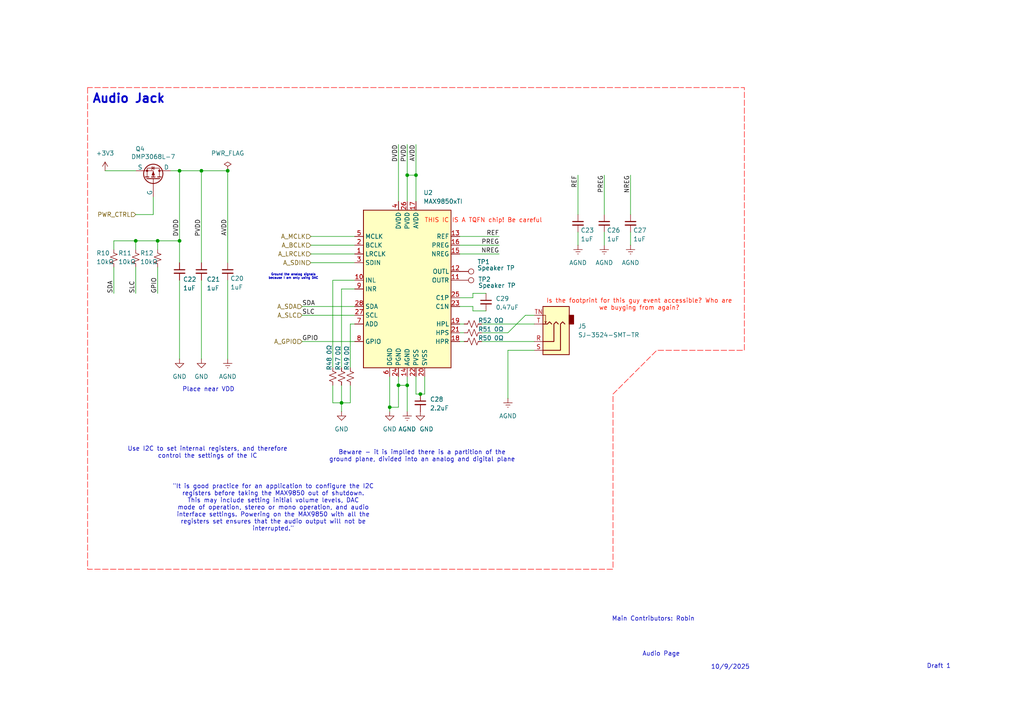
<source format=kicad_sch>
(kicad_sch (version 20250114) (generator "eeschema") (generator_version "9.0")
  (paper "A4")
  (lib_symbols
    (symbol "Amplifier_Audio:MAX9850xTI"
      (property "Reference" "U2" (at 4.6833 27.94 0))
      (property "Value" "MAX9850xTI" (at 4.6833 25.4 0))
      (symbol "MAX9850xTI_0_1"
        (rectangle (start -12.7 22.86) (end 12.7 -22.86) (stroke (width 0.254)) (fill (type background)))
      )
      (symbol "MAX9850xTI_1_1"
        (pin input line (at -15.24 15.24 0) (length 2.54) (name "MCLK") (number "5"))
        (pin bidirectional line (at -15.24 12.7 0) (length 2.54) (name "BCLK") (number "2"))
        (pin bidirectional line (at -15.24 10.16 0) (length 2.54) (name "LRCLK") (number "1"))
        (pin input line (at -15.24 7.62 0) (length 2.54) (name "SDIN") (number "3"))
        (pin input line (at -15.24 2.54 0) (length 2.54) (name "INL") (number "10"))
        (pin input line (at -15.24 0 0) (length 2.54) (name "INR") (number "9"))
        (pin bidirectional line (at -15.24 -5.08 0) (length 2.54) (name "SDA") (number "28"))
        (pin bidirectional line (at -15.24 -7.62 0) (length 2.54) (name "SCL") (number "27"))
        (pin input line (at -15.24 -10.16 0) (length 2.54) (name "ADD") (number "7"))
        (pin bidirectional line (at -15.24 -15.24 0) (length 2.54) (name "GPIO") (number "8"))
        (pin power_in line (at -5.08 -25.4 90) (length 2.54) (name "DGND") (number "6"))
        (pin power_in line (at -2.54 25.4 270) (length 2.54) (name "DVDD") (number "4"))
        (pin power_in line (at -2.54 -25.4 90) (length 2.54) (name "PGND") (number "24"))
        (pin power_in line (at 0 25.4 270) (length 2.54) (name "PVDD") (number "26"))
        (pin power_in line (at 0 -25.4 90) (length 2.54) (name "AGND") (number "14"))
        (pin passive line (at 0 -25.4 90) (length 2.54) (hide yes) (name "AGND") (number "29"))
        (pin power_in line (at 2.54 25.4 270) (length 2.54) (name "AVDD") (number "17"))
        (pin passive line (at 2.54 -25.4 90) (length 2.54) (name "PVSS") (number "22"))
        (pin passive line (at 5.08 -25.4 90) (length 2.54) (name "SVSS") (number "20"))
        (pin power_out line (at 15.24 15.24 180) (length 2.54) (name "REF") (number "13"))
        (pin power_out line (at 15.24 12.7 180) (length 2.54) (name "PREG") (number "16"))
        (pin power_out line (at 15.24 10.16 180) (length 2.54) (name "NREG") (number "15"))
        (pin output line (at 15.24 5.08 180) (length 2.54) (name "OUTL") (number "12"))
        (pin output line (at 15.24 2.54 180) (length 2.54) (name "OUTR") (number "11"))
        (pin passive line (at 15.24 -2.54 180) (length 2.54) (name "C1P") (number "25"))
        (pin passive line (at 15.24 -5.08 180) (length 2.54) (name "C1N") (number "23"))
        (pin output line (at 15.24 -10.16 180) (length 2.54) (name "HPL") (number "19"))
        (pin input line (at 15.24 -12.7 180) (length 2.54) (name "HPS") (number "21"))
        (pin output line (at 15.24 -15.24 180) (length 2.54) (name "HPR") (number "18"))
      )
    )
    (symbol "Connector:TestPoint" (pin_numbers (hide yes)) (pin_names (offset 0.762) (hide yes))
      (property "Reference" "TP" (at 0 6.858 0))
      (property "Value" "TestPoint" (at 0 5.08 0))
      (symbol "TestPoint_0_1"
        (circle (center 0 3.302) (radius 0.762))
      )
      (symbol "TestPoint_1_1"
        (pin passive line (at 0 0 90) (length 2.54) (name "1") (number "1"))
      )
    )
    (symbol "Connector_Audio:AudioJack3_SwitchT"
      (property "Reference" "J" (at 0 8.89 0))
      (property "Value" "AudioJack3_SwitchT" (at 0 6.35 0))
      (symbol "AudioJack3_SwitchT_0_1"
        (rectangle (start -5.08 -5.08) (end -6.35 -7.62) (stroke (width 0.254)) (fill (type outline)))
        (polyline (pts (xy -1.905 -5.08) (xy -1.27 -5.715) (xy -0.635 -5.08) (xy -0.635 0) (xy 2.54 0)) (stroke (width 0.254)))
        (polyline (pts (xy 0 -5.08) (xy 0.635 -5.715) (xy 1.27 -5.08) (xy 2.54 -5.08)) (stroke (width 0.254)))
        (polyline (pts (xy 1.778 -5.334) (xy 2.032 -5.842)))
        (rectangle (start 2.54 3.81) (end -5.08 -10.16) (stroke (width 0.254)) (fill (type background)))
        (polyline (pts (xy 2.54 2.54) (xy -2.54 2.54) (xy -2.54 -5.08) (xy -3.175 -5.715) (xy -3.81 -5.08)) (stroke (width 0.254)))
        (polyline (pts (xy 2.54 -7.62) (xy 1.778 -7.62) (xy 1.778 -5.334) (xy 1.524 -5.842)))
      )
      (symbol "AudioJack3_SwitchT_1_1"
        (pin passive line (at 5.08 2.54 180) (length 2.54) (name "~") (number "S"))
        (pin passive line (at 5.08 0 180) (length 2.54) (name "~") (number "R"))
        (pin passive line (at 5.08 -5.08 180) (length 2.54) (name "~") (number "T"))
        (pin passive line (at 5.08 -7.62 180) (length 2.54) (name "~") (number "TN"))
      )
    )
    (symbol "Device:C_Small" (pin_numbers (hide yes)) (pin_names (offset 0.254) (hide yes))
      (property "Reference" "C" (at 0.254 1.778 0))
      (property "Value" "C_Small" (at 0.254 -2.032 0))
      (symbol "C_Small_0_1"
        (polyline (pts (xy -1.524 0.508) (xy 1.524 0.508)) (stroke (width 0.3048)))
        (polyline (pts (xy -1.524 -0.508) (xy 1.524 -0.508)) (stroke (width 0.3302)))
      )
      (symbol "C_Small_1_1"
        (pin passive line (at 0 2.54 270) (length 2.032) (name "~") (number "1"))
        (pin passive line (at 0 -2.54 90) (length 2.032) (name "~") (number "2"))
      )
    )
    (symbol "Device:R_Small_US" (pin_numbers (hide yes)) (pin_names (offset 0.254) (hide yes))
      (property "Reference" "R" (at 0.762 0.508 0))
      (property "Value" "R_Small_US" (at 0.762 -1.016 0))
      (symbol "R_Small_US_1_1"
        (polyline (pts (xy 0 1.524) (xy 1.016 1.143) (xy 0 0.762) (xy -1.016 0.381) (xy 0 0)))
        (polyline (pts (xy 0 0) (xy 1.016 -0.381) (xy 0 -0.762) (xy -1.016 -1.143) (xy 0 -1.524)))
        (pin passive line (at 0 2.54 270) (length 1.016) (name "~") (number "1"))
        (pin passive line (at 0 -2.54 90) (length 1.016) (name "~") (number "2"))
      )
    )
    (symbol "Simulation_SPICE:PMOS" (pin_numbers (hide yes)) (pin_names (offset 0))
      (property "Reference" "Q" (at 5.08 1.27 0))
      (property "Value" "PMOS" (at 5.08 -1.27 0))
      (symbol "PMOS_0_1"
        (polyline (pts (xy 0.254 1.905) (xy 0.254 -1.905)) (stroke (width 0.254)))
        (polyline (pts (xy 0.254 0) (xy -2.54 0)))
        (polyline (pts (xy 0.762 2.286) (xy 0.762 1.27)) (stroke (width 0.254)))
        (polyline (pts (xy 0.762 1.778) (xy 3.302 1.778) (xy 3.302 -1.778) (xy 0.762 -1.778)))
        (polyline (pts (xy 0.762 0.508) (xy 0.762 -0.508)) (stroke (width 0.254)))
        (polyline (pts (xy 0.762 -1.27) (xy 0.762 -2.286)) (stroke (width 0.254)))
        (circle (center 1.651 0) (radius 2.794) (stroke (width 0.254)))
        (polyline (pts (xy 2.286 0) (xy 1.27 0.381) (xy 1.27 -0.381) (xy 2.286 0)) (fill (type outline)))
        (polyline (pts (xy 2.54 2.54) (xy 2.54 1.778)))
        (circle (center 2.54 1.778) (radius 0.254) (fill (type outline)))
        (circle (center 2.54 -1.778) (radius 0.254) (fill (type outline)))
        (polyline (pts (xy 2.54 -2.54) (xy 2.54 0) (xy 0.762 0)))
        (polyline (pts (xy 2.794 -0.508) (xy 2.921 -0.381) (xy 3.683 -0.381) (xy 3.81 -0.254)))
        (polyline (pts (xy 3.302 -0.381) (xy 2.921 0.254) (xy 3.683 0.254) (xy 3.302 -0.381)))
      )
      (symbol "PMOS_1_1"
        (pin input line (at -5.08 0 0) (length 2.54) (name "G") (number "2"))
        (pin passive line (at 2.54 5.08 270) (length 2.54) (name "D") (number "1"))
        (pin passive line (at 2.54 -5.08 90) (length 2.54) (name "S") (number "3"))
      )
    )
    (symbol "power:+3V3" (power) (pin_numbers (hide yes)) (pin_names (offset 0) (hide yes))
      (property "Value" "+3V3" (at 0 3.556 0))
      (symbol "+3V3_0_1"
        (polyline (pts (xy -0.762 1.27) (xy 0 2.54)))
        (polyline (pts (xy 0 2.54) (xy 0.762 1.27)))
        (polyline (pts (xy 0 0) (xy 0 2.54)))
      )
      (symbol "+3V3_1_1"
        (pin power_in line (at 0 0 90) (length 0) (name "~") (number "1"))
      )
    )
    (symbol "power:GND" (power) (pin_numbers (hide yes)) (pin_names (offset 0) (hide yes))
      (property "Value" "GND" (at 0 -3.81 0))
      (symbol "GND_0_1"
        (polyline (pts (xy 0 0) (xy 0 -1.27) (xy 1.27 -1.27) (xy 0 -2.54) (xy -1.27 -1.27) (xy 0 -1.27)))
      )
      (symbol "GND_1_1"
        (pin power_in line (at 0 0 270) (length 0) (name "~") (number "1"))
      )
    )
    (symbol "power:GNDREF" (power) (pin_numbers (hide yes)) (pin_names (offset 0) (hide yes))
      (property "Value" "GNDREF" (at 0 -3.81 0))
      (symbol "GNDREF_0_1"
        (polyline (pts (xy -0.635 -1.905) (xy 0.635 -1.905)))
        (polyline (pts (xy -0.127 -2.54) (xy 0.127 -2.54)))
        (polyline (pts (xy 0 -1.27) (xy 0 0)))
        (polyline (pts (xy 1.27 -1.27) (xy -1.27 -1.27)))
      )
      (symbol "GNDREF_1_1"
        (pin power_in line (at 0 0 270) (length 0) (name "~") (number "1"))
      )
    )
    (symbol "power:PWR_FLAG" (power) (pin_numbers (hide yes)) (pin_names (offset 0) (hide yes))
      (property "Value" "PWR_FLAG" (at 0 3.81 0))
      (symbol "PWR_FLAG_0_0"
        (pin power_out line (at 0 0 90) (length 0) (name "~") (number "1"))
      )
      (symbol "PWR_FLAG_0_1"
        (polyline (pts (xy 0 0) (xy 0 1.27) (xy -1.016 1.905) (xy 0 2.54) (xy 1.016 1.905) (xy 0 1.27)))
      )
    )
  )
  (text "Use I2C to set internal registers, and therefore\ncontrol the settings of the IC" (at 60.198 131.318 0) (effects (font (size 1.27 1.27))))
  (text "Audio Page" (at 191.77 189.738 0) (effects (font (size 1.27 1.27))))
  (text "Is the footprint for this guy event accessible? Who are\nwe buyging from again?" (at 185.42 88.392 0) (effects (font (size 1.27 1.27))))
  (text "THIS IC IS A TQFN chip! Be careful" (at 140.208 64.008 0) (effects (font (size 1.27 1.27))))
  (text "Audio Jack" (at 37.338 28.702 0) (effects (font (size 2.54 2.54) (thickness 0.508) (bold yes))))
  (text "Ground the analog signals\nbecause I am only using DAC" (at 85.09 80.264 0) (effects (font (size 0.635 0.635))))
  (text "Main Contributors: Robin" (at 189.484 179.578 0) (effects (font (size 1.27 1.27))))
  (text "Draft 1" (at 272.288 193.294 0) (effects (font (size 1.27 1.27))))
  (text "Place near VDD" (at 60.452 113.03 0) (effects (font (size 1.27 1.27))))
  (text "Beware - it is implied there is a partition of the\nground plane, divided into an analog and digital plane" (at 122.428 132.334 0) (effects (font (size 1.27 1.27))))
  (text "10/9/2025" (at 211.836 193.548 0) (effects (font (size 1.27 1.27))))
  (text "\"It is good practice for an application to configure the I2C\nregisters before taking the MAX9850 out of shutdown.\nThis may include setting initial volume levels, DAC\nmode of operation, stereo or mono operation, and audio\ninterface settings. Powering on the MAX9850 with all the\nregisters set ensures that the audio output will not be\ninterrupted.\"" (at 79.248 147.32 0) (effects (font (size 1.27 1.27))))
  (junction (at 118.11 111.76))
  (junction (at 121.92 114.3))
  (junction (at 52.07 69.85))
  (junction (at 113.03 118.11))
  (junction (at 120.65 50.8))
  (junction (at 118.11 50.8))
  (junction (at 39.37 69.85))
  (junction (at 66.04 49.53))
  (junction (at 45.72 69.85))
  (junction (at 99.06 116.84))
  (junction (at 58.42 49.53))
  (junction (at 52.07 49.53))
  (junction (at 115.57 111.76))
  (wire (pts (xy 118.11 41.91) (xy 118.11 50.8)))
  (wire (pts (xy 96.52 81.28) (xy 96.52 106.68)))
  (wire (pts (xy 87.63 91.44) (xy 102.87 91.44)))
  (wire (pts (xy 133.35 96.52) (xy 134.62 96.52)))
  (wire (pts (xy 39.37 62.23) (xy 44.45 62.23)))
  (wire (pts (xy 133.35 71.12) (xy 144.78 71.12)))
  (wire (pts (xy 120.65 114.3) (xy 121.92 114.3)))
  (wire (pts (xy 123.19 109.22) (xy 123.19 114.3)))
  (wire (pts (xy 90.17 73.66) (xy 102.87 73.66)))
  (wire (pts (xy 139.7 93.98) (xy 154.94 93.98)))
  (wire (pts (xy 182.88 62.23) (xy 182.88 50.8)))
  (wire (pts (xy 99.06 83.82) (xy 102.87 83.82)))
  (wire (pts (xy 133.35 86.36) (xy 137.16 86.36)))
  (wire (pts (xy 45.72 85.09) (xy 45.72 77.47)))
  (wire (pts (xy 39.37 69.85) (xy 45.72 69.85)))
  (wire (pts (xy 167.64 62.23) (xy 167.64 50.8)))
  (wire (pts (xy 120.65 41.91) (xy 120.65 50.8)))
  (wire (pts (xy 87.63 99.06) (xy 102.87 99.06)))
  (wire (pts (xy 137.16 88.9) (xy 137.16 90.17)))
  (wire (pts (xy 101.6 93.98) (xy 102.87 93.98)))
  (wire (pts (xy 133.35 73.66) (xy 144.78 73.66)))
  (wire (pts (xy 52.07 81.28) (xy 52.07 104.14)))
  (wire (pts (xy 137.16 85.09) (xy 137.16 86.36)))
  (wire (pts (xy 49.53 49.53) (xy 52.07 49.53)))
  (wire (pts (xy 118.11 50.8) (xy 120.65 50.8)))
  (wire (pts (xy 113.03 118.11) (xy 115.57 118.11)))
  (wire (pts (xy 58.42 49.53) (xy 66.04 49.53)))
  (wire (pts (xy 147.32 101.6) (xy 154.94 101.6)))
  (wire (pts (xy 113.03 109.22) (xy 113.03 118.11)))
  (wire (pts (xy 99.06 111.76) (xy 99.06 116.84)))
  (wire (pts (xy 33.02 69.85) (xy 39.37 69.85)))
  (wire (pts (xy 133.35 99.06) (xy 134.62 99.06)))
  (wire (pts (xy 99.06 83.82) (xy 99.06 106.68)))
  (wire (pts (xy 99.06 116.84) (xy 101.6 116.84)))
  (wire (pts (xy 39.37 85.09) (xy 39.37 77.47)))
  (wire (pts (xy 45.72 69.85) (xy 45.72 72.39)))
  (wire (pts (xy 58.42 81.28) (xy 58.42 104.14)))
  (wire (pts (xy 96.52 111.76) (xy 96.52 116.84)))
  (wire (pts (xy 52.07 49.53) (xy 58.42 49.53)))
  (wire (pts (xy 101.6 111.76) (xy 101.6 116.84)))
  (wire (pts (xy 87.63 88.9) (xy 102.87 88.9)))
  (wire (pts (xy 115.57 111.76) (xy 118.11 111.76)))
  (wire (pts (xy 118.11 109.22) (xy 118.11 111.76)))
  (wire (pts (xy 101.6 93.98) (xy 101.6 106.68)))
  (wire (pts (xy 115.57 109.22) (xy 115.57 111.76)))
  (wire (pts (xy 52.07 69.85) (xy 52.07 76.2)))
  (wire (pts (xy 147.32 96.52) (xy 152.4 91.44)))
  (wire (pts (xy 113.03 119.38) (xy 113.03 118.11)))
  (wire (pts (xy 66.04 49.53) (xy 66.04 76.2)))
  (wire (pts (xy 133.35 68.58) (xy 144.78 68.58)))
  (wire (pts (xy 30.48 49.53) (xy 39.37 49.53)))
  (wire (pts (xy 139.7 96.52) (xy 147.32 96.52)))
  (wire (pts (xy 118.11 111.76) (xy 118.11 119.38)))
  (wire (pts (xy 115.57 41.91) (xy 115.57 58.42)))
  (wire (pts (xy 44.45 57.15) (xy 44.45 62.23)))
  (wire (pts (xy 118.11 50.8) (xy 118.11 58.42)))
  (wire (pts (xy 121.92 114.3) (xy 123.19 114.3)))
  (wire (pts (xy 90.17 71.12) (xy 102.87 71.12)))
  (wire (pts (xy 182.88 71.12) (xy 182.88 67.31)))
  (wire (pts (xy 175.26 62.23) (xy 175.26 50.8)))
  (wire (pts (xy 33.02 69.85) (xy 33.02 72.39)))
  (wire (pts (xy 120.65 50.8) (xy 120.65 58.42)))
  (wire (pts (xy 99.06 116.84) (xy 99.06 119.38)))
  (wire (pts (xy 66.04 81.28) (xy 66.04 104.14)))
  (wire (pts (xy 115.57 111.76) (xy 115.57 118.11)))
  (wire (pts (xy 139.7 99.06) (xy 154.94 99.06)))
  (wire (pts (xy 167.64 71.12) (xy 167.64 67.31)))
  (wire (pts (xy 137.16 85.09) (xy 140.97 85.09)))
  (wire (pts (xy 133.35 93.98) (xy 134.62 93.98)))
  (wire (pts (xy 45.72 69.85) (xy 52.07 69.85)))
  (wire (pts (xy 120.65 109.22) (xy 120.65 114.3)))
  (wire (pts (xy 52.07 49.53) (xy 52.07 69.85)))
  (wire (pts (xy 58.42 49.53) (xy 58.42 76.2)))
  (wire (pts (xy 90.17 68.58) (xy 102.87 68.58)))
  (wire (pts (xy 147.32 101.6) (xy 147.32 115.57)))
  (wire (pts (xy 152.4 91.44) (xy 154.94 91.44)))
  (wire (pts (xy 133.35 88.9) (xy 137.16 88.9)))
  (wire (pts (xy 175.26 71.12) (xy 175.26 67.31)))
  (wire (pts (xy 137.16 90.17) (xy 140.97 90.17)))
  (wire (pts (xy 96.52 116.84) (xy 99.06 116.84)))
  (wire (pts (xy 96.52 81.28) (xy 102.87 81.28)))
  (wire (pts (xy 39.37 69.85) (xy 39.37 72.39)))
  (wire (pts (xy 33.02 85.09) (xy 33.02 77.47)))
  (wire (pts (xy 90.17 76.2) (xy 102.87 76.2)))
  (label "DVDD" (at 115.57 41.91 270))
  (label "SLC" (at 87.63 91.44 0))
  (label "GPIO" (at 45.72 85.09 90))
  (label "SDA" (at 33.02 85.09 90))
  (label "PREG" (at 144.78 71.12 180))
  (label "AVDD" (at 120.65 41.91 270))
  (label "SDA" (at 87.63 88.9 0))
  (label "REF" (at 167.64 50.8 270))
  (label "NREG" (at 144.78 73.66 180))
  (label "PVDD" (at 58.42 63.5 270))
  (label "PREG" (at 175.26 50.8 270))
  (label "DVDD" (at 52.07 63.5 270))
  (label "AVDD" (at 66.04 63.5 270))
  (label "REF" (at 144.78 68.58 180))
  (label "PVDD" (at 118.11 41.91 270))
  (label "NREG" (at 182.88 50.8 270))
  (label "GPIO" (at 87.63 99.06 0))
  (label "SLC" (at 39.37 85.09 90))
  (hierarchical_label "A_LRCLK" (shape input) (at 90.17 73.66 180))
  (hierarchical_label "A_GPIO" (shape input) (at 87.63 99.06 180))
  (hierarchical_label "A_SDIN" (shape input) (at 90.17 76.2 180))
  (hierarchical_label "A_BCLK" (shape input) (at 90.17 71.12 180))
  (hierarchical_label "A_SLC" (shape input) (at 87.63 91.44 180))
  (hierarchical_label "A_SDA" (shape input) (at 87.63 88.9 180))
  (hierarchical_label "PWR_CTRL" (shape input) (at 39.37 62.23 180))
  (hierarchical_label "A_MCLK" (shape input) (at 90.17 68.58 180))
  (rule_area (polyline (pts (xy 25.4 25.4) (xy 25.4 165.1) (xy 177.8 165.1) (xy 177.8 114.3) (xy 190.5 101.6) (xy 215.9 101.6) (xy 215.9 25.4)) (stroke (width 0) (type dash))))
  (symbol (lib_id "Device:C_Small") (at 52.07 78.74 0) (unit 1)
    (property "Reference" "C22" (at 53.086 81.026 0) (effects (justify left)))
    (property "Value" "1uF" (at 53.086 83.566 0) (effects (justify left)))
    (property "Footprint" "Capacitor_SMD:C_0805_2012Metric_Pad1.18x1.45mm_HandSolder" (effects (hide yes)))
    (property "Description" "Unpolarized capacitor, small symbol" (effects (hide yes)))
  )
  (symbol (lib_id "power:GND") (at 52.07 104.14 0) (unit 1)
    (property "Reference" "#PWR046" (effects (hide yes)))
    (property "Value" "GND" (at 52.07 109.22 0))
    (property "Description" "Power symbol creates a global label with name \"GND\" , ground" (effects (hide yes)))
  )
  (symbol (lib_id "Device:R_Small_US") (at 45.72 74.93 0) (unit 1)
    (property "Reference" "R12" (at 40.64 73.406 0) (effects (justify left)))
    (property "Value" "10kΩ" (at 40.64 75.946 0) (effects (justify left)))
    (property "Footprint" "Resistor_SMD:R_0805_2012Metric" (effects (hide yes)))
    (property "Description" "Resistor, small US symbol" (effects (hide yes)))
  )
  (symbol (lib_id "Device:R_Small_US") (at 99.06 109.22 0) (unit 1)
    (property "Reference" "R47" (at 98.044 107.442 90) (effects (justify left)))
    (property "Value" "0Ω" (at 98.044 103.124 90) (effects (justify left)))
    (property "Footprint" "Resistor_SMD:R_0805_2012Metric" (effects (hide yes)))
    (property "Description" "Resistor, small US symbol" (effects (hide yes)))
  )
  (symbol (lib_id "Simulation_SPICE:PMOS") (at 44.45 52.07 270) (mirror x) (unit 1)
    (property "Reference" "Q4" (at 40.64 43.18 90))
    (property "Value" "DMP3068L-7" (at 44.45 45.466 90))
    (property "Footprint" "Package_TO_SOT_SMD:SOT-23-3" (effects (hide yes)))
    (property "Datasheet" "https://www.diodes.com/assets/Datasheets/DMP3068L.pdf" (effects (hide yes)))
    (property "Description" "P-MOSFET transistor, drain/source/gate" (effects (hide yes)))
    (property "Sim.Device" "PMOS" (effects (hide yes)))
    (property "Sim.Type" "VDMOS" (effects (hide yes)))
    (property "Sim.Pins" "1=D 2=G 3=S" (effects (hide yes)))
  )
  (symbol (lib_id "power:GNDREF") (at 175.26 71.12 0) (unit 1)
    (property "Reference" "#PWR039" (effects (hide yes)))
    (property "Value" "AGND" (at 175.26 76.2 0))
    (property "Description" "Power symbol creates a global label with name \"GNDREF\" , reference supply ground" (effects (hide yes)))
  )
  (symbol (lib_id "power:GND") (at 99.06 119.38 0) (unit 1)
    (property "Reference" "#PWR051" (effects (hide yes)))
    (property "Value" "GND" (at 99.06 124.46 0))
    (property "Description" "Power symbol creates a global label with name \"GND\" , ground" (effects (hide yes)))
  )
  (symbol (lib_id "power:GNDREF") (at 167.64 71.12 0) (unit 1)
    (property "Reference" "#PWR048" (effects (hide yes)))
    (property "Value" "AGND" (at 167.64 76.2 0))
    (property "Description" "Power symbol creates a global label with name \"GNDREF\" , reference supply ground" (effects (hide yes)))
  )
  (symbol (lib_id "Amplifier_Audio:MAX9850xTI") (at 118.11 83.82 0) (unit 1)
    (property "Reference" "U2" (at 122.7933 55.88 0) (effects (justify left)))
    (property "Value" "MAX9850xTI" (at 122.7933 58.42 0) (effects (justify left)))
    (property "Footprint" "Package_DFN_QFN:TQFN-28-1EP_5x5mm_P0.5mm_EP3.25x3.25mm_ThermalVias" (effects (hide yes)))
    (property "Datasheet" "https://datasheets.maximintegrated.com/en/ds/MAX9850.pdf" (effects (hide yes)))
    (property "Description" "Stereo audio DAC with headphone amplifier, TQFN-28" (effects (hide yes)))
  )
  (symbol (lib_id "Device:R_Small_US") (at 101.6 109.22 0) (unit 1)
    (property "Reference" "R49" (at 100.584 107.442 90) (effects (justify left)))
    (property "Value" "0Ω" (at 100.584 103.124 90) (effects (justify left)))
    (property "Footprint" "Resistor_SMD:R_0805_2012Metric" (effects (hide yes)))
    (property "Description" "Resistor, small US symbol" (effects (hide yes)))
  )
  (symbol (lib_id "power:PWR_FLAG") (at 66.04 49.53 0) (unit 1)
    (property "Reference" "#FLG04" (effects (hide yes)))
    (property "Value" "PWR_FLAG" (at 66.04 44.45 0))
    (property "Description" "Special symbol for telling ERC where power comes from" (effects (hide yes)))
  )
  (symbol (lib_id "power:GNDREF") (at 147.32 115.57 0) (unit 1)
    (property "Reference" "#PWR042" (effects (hide yes)))
    (property "Value" "AGND" (at 147.32 120.65 0))
    (property "Description" "Power symbol creates a global label with name \"GNDREF\" , reference supply ground" (effects (hide yes)))
  )
  (symbol (lib_id "Device:R_Small_US") (at 39.37 74.93 0) (unit 1)
    (property "Reference" "R11" (at 34.29 73.406 0) (effects (justify left)))
    (property "Value" "10kΩ" (at 34.29 75.946 0) (effects (justify left)))
    (property "Footprint" "Resistor_SMD:R_0805_2012Metric" (effects (hide yes)))
    (property "Description" "Resistor, small US symbol" (effects (hide yes)))
  )
  (symbol (lib_id "Connector_Audio:AudioJack3_SwitchT") (at 160.02 99.06 180) (unit 1)
    (property "Reference" "J5" (at 167.64 94.6149 0) (effects (justify right)))
    (property "Value" "SJ-3524-SMT-TR" (at 167.64 97.1549 0) (effects (justify right)))
    (property "Footprint" "Footprints:CUI_SJ-3524-SMT" (effects (hide yes)))
    (property "Datasheet" "https://www.sameskydevices.com/product/resource/sj-352x-smt.pdf" (effects (hide yes)))
    (property "Description" "Audio Jack, 3 Poles (Stereo / TRS), Switched T Pole (Normalling)" (effects (hide yes)))
  )
  (symbol (lib_id "Device:C_Small") (at 58.42 78.74 0) (unit 1)
    (property "Reference" "C21" (at 59.944 81.026 0) (effects (justify left)))
    (property "Value" "1uF" (at 59.944 83.566 0) (effects (justify left)))
    (property "Footprint" "Capacitor_SMD:C_0805_2012Metric_Pad1.18x1.45mm_HandSolder" (effects (hide yes)))
    (property "Description" "Unpolarized capacitor, small symbol" (effects (hide yes)))
  )
  (symbol (lib_id "power:+3V3") (at 30.48 49.53 0) (unit 1)
    (property "Reference" "#PWR083" (effects (hide yes)))
    (property "Value" "+3V3" (at 30.48 44.45 0))
    (property "Description" "Power symbol creates a global label with name \"+3V3\"" (effects (hide yes)))
  )
  (symbol (lib_id "Device:R_Small_US") (at 137.16 96.52 90) (unit 1)
    (property "Reference" "R51" (at 138.684 95.504 90) (effects (justify right)))
    (property "Value" "0Ω" (at 143.256 95.504 90) (effects (justify right)))
    (property "Footprint" "Resistor_SMD:R_0805_2012Metric" (effects (hide yes)))
    (property "Description" "Resistor, small US symbol" (effects (hide yes)))
  )
  (symbol (lib_id "power:GND") (at 58.42 104.14 0) (unit 1)
    (property "Reference" "#PWR044" (effects (hide yes)))
    (property "Value" "GND" (at 58.42 109.22 0))
    (property "Description" "Power symbol creates a global label with name \"GND\" , ground" (effects (hide yes)))
  )
  (symbol (lib_id "power:GNDREF") (at 66.04 104.14 0) (unit 1)
    (property "Reference" "#PWR041" (effects (hide yes)))
    (property "Value" "AGND" (at 66.04 109.22 0))
    (property "Description" "Power symbol creates a global label with name \"GNDREF\" , reference supply ground" (effects (hide yes)))
  )
  (symbol (lib_id "power:GNDREF") (at 182.88 71.12 0) (unit 1)
    (property "Reference" "#PWR049" (effects (hide yes)))
    (property "Value" "AGND" (at 182.88 76.2 0))
    (property "Description" "Power symbol creates a global label with name \"GNDREF\" , reference supply ground" (effects (hide yes)))
  )
  (symbol (lib_id "Device:R_Small_US") (at 33.02 74.93 0) (unit 1)
    (property "Reference" "R10" (at 27.94 73.406 0) (effects (justify left)))
    (property "Value" "10kΩ" (at 27.94 75.946 0) (effects (justify left)))
    (property "Footprint" "Resistor_SMD:R_0805_2012Metric" (effects (hide yes)))
    (property "Description" "Resistor, small US symbol" (effects (hide yes)))
  )
  (symbol (lib_id "Connector:TestPoint") (at 133.35 78.74 270) (unit 1)
    (property "Reference" "TP1" (at 138.43 75.946 90) (effects (justify left)))
    (property "Value" "Speaker TP" (at 138.43 77.7241 90) (effects (justify left)))
    (property "Footprint" "TestPoint:TestPoint_Pad_1.5x1.5mm" (effects (hide yes)))
    (property "Description" "test point" (effects (hide yes)))
  )
  (symbol (lib_id "Device:R_Small_US") (at 96.52 109.22 0) (unit 1)
    (property "Reference" "R48" (at 95.504 107.442 90) (effects (justify left)))
    (property "Value" "0Ω" (at 95.504 102.87 90) (effects (justify left)))
    (property "Footprint" "Resistor_SMD:R_0805_2012Metric" (effects (hide yes)))
    (property "Description" "Resistor, small US symbol" (effects (hide yes)))
  )
  (symbol (lib_id "power:GND") (at 113.03 119.38 0) (unit 1)
    (property "Reference" "#PWR038" (effects (hide yes)))
    (property "Value" "GND" (at 113.03 124.46 0))
    (property "Description" "Power symbol creates a global label with name \"GND\" , ground" (effects (hide yes)))
  )
  (symbol (lib_id "power:GNDREF") (at 118.11 119.38 0) (unit 1)
    (property "Reference" "#PWR047" (effects (hide yes)))
    (property "Value" "AGND" (at 118.11 124.46 0))
    (property "Description" "Power symbol creates a global label with name \"GNDREF\" , reference supply ground" (effects (hide yes)))
  )
  (symbol (lib_id "Device:C_Small") (at 121.92 116.84 0) (unit 1)
    (property "Reference" "C28" (at 124.714 115.824 0) (effects (justify left)))
    (property "Value" "2.2uF" (at 124.714 118.364 0) (effects (justify left)))
    (property "Footprint" "Capacitor_SMD:C_0805_2012Metric_Pad1.18x1.45mm_HandSolder" (effects (hide yes)))
    (property "Description" "Unpolarized capacitor, small symbol" (effects (hide yes)))
  )
  (symbol (lib_id "Device:C_Small") (at 167.64 64.77 0) (unit 1)
    (property "Reference" "C23" (at 168.402 66.802 0) (effects (justify left)))
    (property "Value" "1uF" (at 168.402 69.342 0) (effects (justify left)))
    (property "Footprint" "Capacitor_SMD:C_0805_2012Metric_Pad1.18x1.45mm_HandSolder" (effects (hide yes)))
    (property "Description" "Unpolarized capacitor, small symbol" (effects (hide yes)))
  )
  (symbol (lib_id "Device:C_Small") (at 140.97 87.63 0) (unit 1)
    (property "Reference" "C29" (at 143.764 86.614 0) (effects (justify left)))
    (property "Value" "0.47uF" (at 143.764 89.154 0) (effects (justify left)))
    (property "Footprint" "Capacitor_SMD:C_0805_2012Metric_Pad1.18x1.45mm_HandSolder" (effects (hide yes)))
    (property "Description" "Unpolarized capacitor, small symbol" (effects (hide yes)))
  )
  (symbol (lib_id "Device:C_Small") (at 66.04 78.74 0) (unit 1)
    (property "Reference" "C20" (at 66.802 80.772 0) (effects (justify left)))
    (property "Value" "1uF" (at 66.802 83.312 0) (effects (justify left)))
    (property "Footprint" "Capacitor_SMD:C_0805_2012Metric_Pad1.18x1.45mm_HandSolder" (effects (hide yes)))
    (property "Description" "Unpolarized capacitor, small symbol" (effects (hide yes)))
  )
  (symbol (lib_id "Device:R_Small_US") (at 137.16 93.98 90) (unit 1)
    (property "Reference" "R52" (at 138.684 92.964 90) (effects (justify right)))
    (property "Value" "0Ω" (at 143.256 92.964 90) (effects (justify right)))
    (property "Footprint" "Resistor_SMD:R_0805_2012Metric" (effects (hide yes)))
    (property "Description" "Resistor, small US symbol" (effects (hide yes)))
  )
  (symbol (lib_id "Device:R_Small_US") (at 137.16 99.06 90) (unit 1)
    (property "Reference" "R50" (at 138.684 98.044 90) (effects (justify right)))
    (property "Value" "0Ω" (at 143.256 98.044 90) (effects (justify right)))
    (property "Footprint" "Resistor_SMD:R_0805_2012Metric" (effects (hide yes)))
    (property "Description" "Resistor, small US symbol" (effects (hide yes)))
  )
  (symbol (lib_id "Device:C_Small") (at 182.88 64.77 0) (unit 1)
    (property "Reference" "C27" (at 183.642 66.802 0) (effects (justify left)))
    (property "Value" "1uF" (at 183.642 69.342 0) (effects (justify left)))
    (property "Footprint" "Capacitor_SMD:C_0805_2012Metric_Pad1.18x1.45mm_HandSolder" (effects (hide yes)))
    (property "Description" "Unpolarized capacitor, small symbol" (effects (hide yes)))
  )
  (symbol (lib_id "power:GND") (at 121.92 119.38 0) (unit 1)
    (property "Reference" "#PWR050" (effects (hide yes)))
    (property "Value" "GND" (at 123.698 124.46 0))
    (property "Description" "Power symbol creates a global label with name \"GND\" , ground" (effects (hide yes)))
  )
  (symbol (lib_id "Connector:TestPoint") (at 133.35 81.28 270) (unit 1)
    (property "Reference" "TP2" (at 138.684 81.026 90) (effects (justify left)))
    (property "Value" "Speaker TP" (at 138.684 82.8041 90) (effects (justify left)))
    (property "Footprint" "TestPoint:TestPoint_Pad_1.5x1.5mm" (effects (hide yes)))
    (property "Description" "test point" (effects (hide yes)))
  )
  (symbol (lib_id "Device:C_Small") (at 175.26 64.77 0) (unit 1)
    (property "Reference" "C26" (at 176.022 66.802 0) (effects (justify left)))
    (property "Value" "1uF" (at 176.022 69.342 0) (effects (justify left)))
    (property "Footprint" "Capacitor_SMD:C_0805_2012Metric_Pad1.18x1.45mm_HandSolder" (effects (hide yes)))
    (property "Description" "Unpolarized capacitor, small symbol" (effects (hide yes)))
  )
)
</source>
